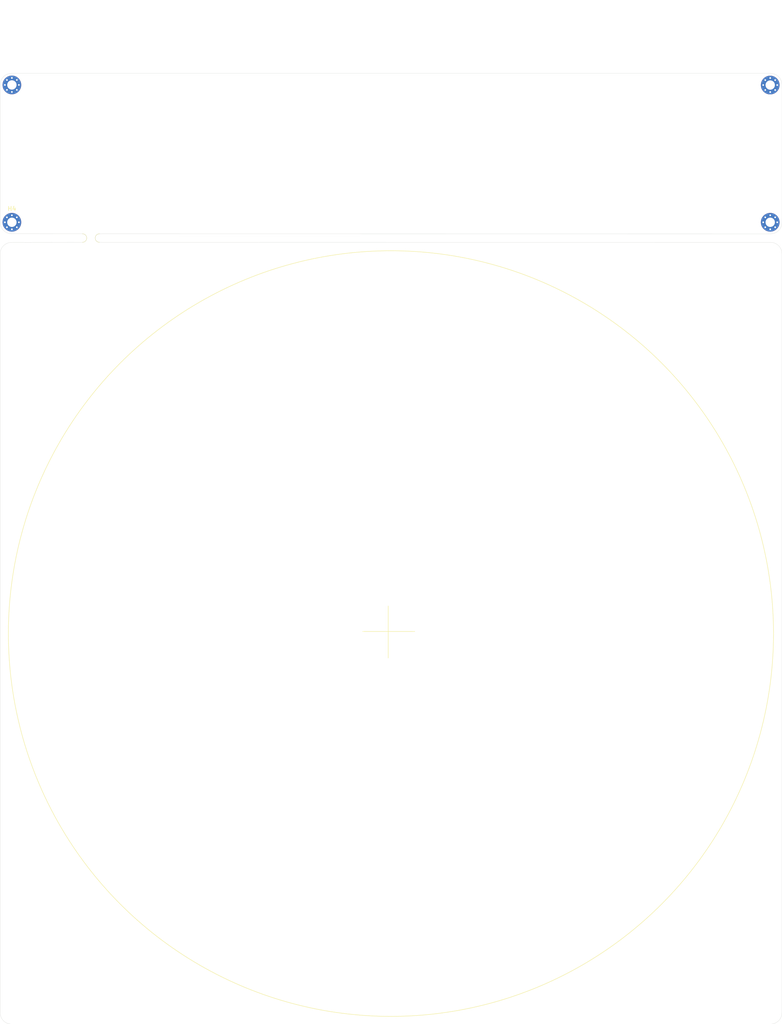
<source format=kicad_pcb>
(kicad_pcb (version 20171130) (host pcbnew "(5.1.8-0-10_14)")
  (layers (0 F.Cu signal) (1 In1.Cu power hide) (2 In2.Cu power hide) (31 B.Cu signal) (34 B.Paste user) (35 F.Paste user) (36 B.SilkS user) (37 F.SilkS user) (38 B.Mask user) (39 F.Mask user) (44 Edge.Cuts user))
  (net 0 "")
  (net 1 GND)
  (net 2 +3V3)
  (net 3 "Net-(H1-Pad1)")
  (net 4 "Net-(H2-Pad1)")
  (net 5 "Net-(H3-Pad1)")
  (net 6 "Net-(H4-Pad1)")
  (module Panelization:mouse-bite-2mm-slot (layer F.Cu) (at 65.5 45.91)
    (fp_text reference mouse-bite-2mm-slot hide)
    (fp_text value VAL** hide)
    (fp_arc (start 2 0) (end 2 1) (angle 180) (layer F.SilkS) (width 0.1))
    (fp_arc (start -2 0) (end -2 -1) (angle 180) (layer F.SilkS) (width 0.1))
    (pad "" np_thru_hole circle (at 0.75 0.75) (size 0.5 0.5) (drill 0.5) (layers *.Cu *.Mask))
    (pad "" np_thru_hole circle (at -0.75 0.75) (size 0.5 0.5) (drill 0.5) (layers *.Cu *.Mask))
    (pad "" np_thru_hole circle (at -0.75 -0.75) (size 0.5 0.5) (drill 0.5) (layers *.Cu *.Mask))
    (pad "" np_thru_hole circle (at 0.75 -0.75) (size 0.5 0.5) (drill 0.5) (layers *.Cu *.Mask))
    (pad "" np_thru_hole circle (at 0 0.75) (size 0.5 0.5) (drill 0.5) (layers *.Cu *.Mask))
    (pad "" np_thru_hole circle (at 0 -0.75) (size 0.5 0.5) (drill 0.5) (layers *.Cu *.Mask))
  )
  (module MountingHole:MountingHole_2.2mm_M2_Pad_Via (layer F.Cu) (at 46.875 42.2)
    (fp_text reference H4 (at 0 -3.2) (layer F.SilkS))
    (fp_text value MountingHole_Pad)
    (pad 1 thru_hole circle (at 1.166726 -1.166726) (size 0.7 0.7) (drill 0.4) (layers *.Cu *.Mask) (net 6 "Net-(H4-Pad1)"))
    (pad 1 thru_hole circle (at 0 -1.65) (size 0.7 0.7) (drill 0.4) (layers *.Cu *.Mask) (net 6 "Net-(H4-Pad1)"))
    (pad 1 thru_hole circle (at -1.166726 -1.166726) (size 0.7 0.7) (drill 0.4) (layers *.Cu *.Mask) (net 6 "Net-(H4-Pad1)"))
    (pad 1 thru_hole circle (at -1.65 0) (size 0.7 0.7) (drill 0.4) (layers *.Cu *.Mask) (net 6 "Net-(H4-Pad1)"))
    (pad 1 thru_hole circle (at -1.166726 1.166726) (size 0.7 0.7) (drill 0.4) (layers *.Cu *.Mask) (net 6 "Net-(H4-Pad1)"))
    (pad 1 thru_hole circle (at 0 1.65) (size 0.7 0.7) (drill 0.4) (layers *.Cu *.Mask) (net 6 "Net-(H4-Pad1)"))
    (pad 1 thru_hole circle (at 1.166726 1.166726) (size 0.7 0.7) (drill 0.4) (layers *.Cu *.Mask) (net 6 "Net-(H4-Pad1)"))
    (pad 1 thru_hole circle (at 1.65 0) (size 0.7 0.7) (drill 0.4) (layers *.Cu *.Mask) (net 6 "Net-(H4-Pad1)"))
    (pad 1 thru_hole circle (at 0 0) (size 4.4 4.4) (drill 2.2) (layers *.Cu *.Mask) (net 6 "Net-(H4-Pad1)"))
  )
  (module MountingHole:MountingHole_2.2mm_M2_Pad_Via (layer F.Cu) (at 225.475 9.9)
    (fp_text reference H3)
    (fp_text value MountingHole_Pad)
    (pad 1 thru_hole circle (at 1.166726 -1.166726) (size 0.7 0.7) (drill 0.4) (layers *.Cu *.Mask) (net 5 "Net-(H3-Pad1)"))
    (pad 1 thru_hole circle (at 0 -1.65) (size 0.7 0.7) (drill 0.4) (layers *.Cu *.Mask) (net 5 "Net-(H3-Pad1)"))
    (pad 1 thru_hole circle (at -1.166726 -1.166726) (size 0.7 0.7) (drill 0.4) (layers *.Cu *.Mask) (net 5 "Net-(H3-Pad1)"))
    (pad 1 thru_hole circle (at -1.65 0) (size 0.7 0.7) (drill 0.4) (layers *.Cu *.Mask) (net 5 "Net-(H3-Pad1)"))
    (pad 1 thru_hole circle (at -1.166726 1.166726) (size 0.7 0.7) (drill 0.4) (layers *.Cu *.Mask) (net 5 "Net-(H3-Pad1)"))
    (pad 1 thru_hole circle (at 0 1.65) (size 0.7 0.7) (drill 0.4) (layers *.Cu *.Mask) (net 5 "Net-(H3-Pad1)"))
    (pad 1 thru_hole circle (at 1.166726 1.166726) (size 0.7 0.7) (drill 0.4) (layers *.Cu *.Mask) (net 5 "Net-(H3-Pad1)"))
    (pad 1 thru_hole circle (at 1.65 0) (size 0.7 0.7) (drill 0.4) (layers *.Cu *.Mask) (net 5 "Net-(H3-Pad1)"))
    (pad 1 thru_hole circle (at 0 0) (size 4.4 4.4) (drill 2.2) (layers *.Cu *.Mask) (net 5 "Net-(H3-Pad1)"))
  )
  (module MountingHole:MountingHole_2.2mm_M2_Pad_Via (layer F.Cu) (at 46.875 9.875)
    (fp_text reference H2)
    (fp_text value MountingHole_Pad)
    (pad 1 thru_hole circle (at 1.166726 -1.166726) (size 0.7 0.7) (drill 0.4) (layers *.Cu *.Mask) (net 4 "Net-(H2-Pad1)"))
    (pad 1 thru_hole circle (at 0 -1.65) (size 0.7 0.7) (drill 0.4) (layers *.Cu *.Mask) (net 4 "Net-(H2-Pad1)"))
    (pad 1 thru_hole circle (at -1.166726 -1.166726) (size 0.7 0.7) (drill 0.4) (layers *.Cu *.Mask) (net 4 "Net-(H2-Pad1)"))
    (pad 1 thru_hole circle (at -1.65 0) (size 0.7 0.7) (drill 0.4) (layers *.Cu *.Mask) (net 4 "Net-(H2-Pad1)"))
    (pad 1 thru_hole circle (at -1.166726 1.166726) (size 0.7 0.7) (drill 0.4) (layers *.Cu *.Mask) (net 4 "Net-(H2-Pad1)"))
    (pad 1 thru_hole circle (at 0 1.65) (size 0.7 0.7) (drill 0.4) (layers *.Cu *.Mask) (net 4 "Net-(H2-Pad1)"))
    (pad 1 thru_hole circle (at 1.166726 1.166726) (size 0.7 0.7) (drill 0.4) (layers *.Cu *.Mask) (net 4 "Net-(H2-Pad1)"))
    (pad 1 thru_hole circle (at 1.65 0) (size 0.7 0.7) (drill 0.4) (layers *.Cu *.Mask) (net 4 "Net-(H2-Pad1)"))
    (pad 1 thru_hole circle (at 0 0) (size 4.4 4.4) (drill 2.2) (layers *.Cu *.Mask) (net 4 "Net-(H2-Pad1)"))
  )
  (module MountingHole:MountingHole_2.2mm_M2_Pad_Via (layer F.Cu) (at 225.475 42.2)
    (fp_text reference H1)
    (fp_text value MountingHole_Pad)
    (pad 1 thru_hole circle (at 1.166726 -1.166726) (size 0.7 0.7) (drill 0.4) (layers *.Cu *.Mask) (net 3 "Net-(H1-Pad1)"))
    (pad 1 thru_hole circle (at 0 -1.65) (size 0.7 0.7) (drill 0.4) (layers *.Cu *.Mask) (net 3 "Net-(H1-Pad1)"))
    (pad 1 thru_hole circle (at -1.166726 -1.166726) (size 0.7 0.7) (drill 0.4) (layers *.Cu *.Mask) (net 3 "Net-(H1-Pad1)"))
    (pad 1 thru_hole circle (at -1.65 0) (size 0.7 0.7) (drill 0.4) (layers *.Cu *.Mask) (net 3 "Net-(H1-Pad1)"))
    (pad 1 thru_hole circle (at -1.166726 1.166726) (size 0.7 0.7) (drill 0.4) (layers *.Cu *.Mask) (net 3 "Net-(H1-Pad1)"))
    (pad 1 thru_hole circle (at 0 1.65) (size 0.7 0.7) (drill 0.4) (layers *.Cu *.Mask) (net 3 "Net-(H1-Pad1)"))
    (pad 1 thru_hole circle (at 1.166726 1.166726) (size 0.7 0.7) (drill 0.4) (layers *.Cu *.Mask) (net 3 "Net-(H1-Pad1)"))
    (pad 1 thru_hole circle (at 1.65 0) (size 0.7 0.7) (drill 0.4) (layers *.Cu *.Mask) (net 3 "Net-(H1-Pad1)"))
    (pad 1 thru_hole circle (at 0 0) (size 4.4 4.4) (drill 2.2) (layers *.Cu *.Mask) (net 3 "Net-(H1-Pad1)"))
  )
  (gr_line (start 141.75 138.5) (end 129.5 138.5) (layer F.SilkS) (width 0.12))
  (gr_line (start 135.5 144.75) (end 135.5 132.5) (layer F.SilkS) (width 0.12))
  (gr_circle (center 136.149709 139) (end 226.149709 134.75) (layer F.SilkS) (width 0.12))
  (gr_arc (start 46.81 228.219833) (end 44.11 228.189833) (angle -90.63659358) (layer Edge.Cuts) (width 0.05))
  (gr_arc (start 225.54 228.22) (end 225.54 230.92) (angle -90) (layer Edge.Cuts) (width 0.05))
  (gr_line (start 46.81 230.92) (end 225.54 230.92) (layer Edge.Cuts) (width 0.05))
  (gr_line (start 228.24 49.62) (end 228.24 228.22) (layer Edge.Cuts) (width 0.05))
  (gr_arc (start 225.54 49.62) (end 228.24 49.62) (angle -90) (layer Edge.Cuts) (width 0.05))
  (gr_line (start 44.11 228.189833) (end 44.11 49.63) (layer Edge.Cuts) (width 0.05))
  (gr_arc (start 46.81 49.63) (end 46.8 46.93) (angle -89.78779438) (layer Edge.Cuts) (width 0.05))
  (gr_line (start 63.51 46.91) (end 46.8 46.93) (layer Edge.Cuts) (width 0.05))
  (gr_line (start 63.51 44.91) (end 46.8 44.9) (layer Edge.Cuts) (width 0.05))
  (gr_arc (start 67.5 45.91) (end 67.5 44.91) (angle -180) (layer Edge.Cuts) (width 0.05))
  (gr_arc (start 63.51 45.91) (end 63.51 46.91) (angle -180) (layer Edge.Cuts) (width 0.05))
  (gr_line (start 225.54 46.92) (end 67.5 46.91) (layer Edge.Cuts) (width 0.05))
  (gr_arc (start 46.8 42.2) (end 44.1 42.2) (angle -90) (layer Edge.Cuts) (width 0.05))
  (gr_arc (start 46.8 9.85) (end 46.8 7.15) (angle -90) (layer Edge.Cuts) (width 0.05))
  (gr_arc (start 225.55 9.85) (end 228.25 9.85) (angle -90) (layer Edge.Cuts) (width 0.05))
  (gr_arc (start 225.55 42.225) (end 225.55 44.925) (angle -90) (layer Edge.Cuts) (width 0.05))
  (gr_line (start 225.55 44.925) (end 67.5 44.91) (layer Edge.Cuts) (width 0.05))
  (gr_line (start 228.25 9.85) (end 228.25 42.225) (layer Edge.Cuts) (width 0.05))
  (gr_line (start 46.8 7.15) (end 225.55 7.15) (layer Edge.Cuts) (width 0.05))
  (gr_line (start 44.1 42.2) (end 44.1 9.85) (layer Edge.Cuts) (width 0.05))
)
</source>
